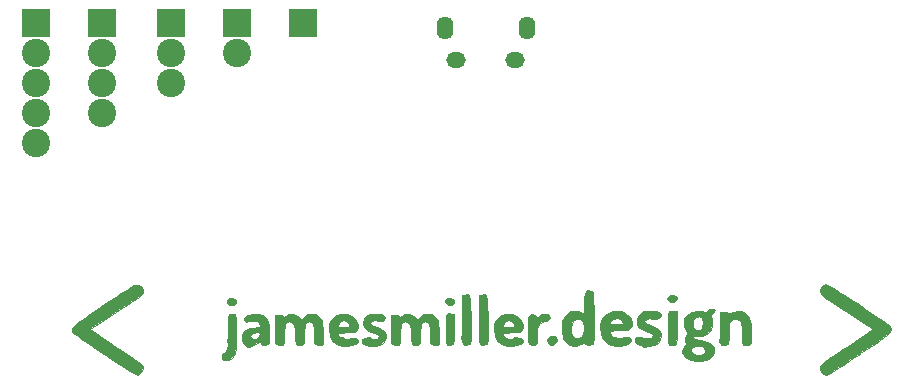
<source format=gbr>
G04 #@! TF.FileFunction,Soldermask,Top*
%FSLAX46Y46*%
G04 Gerber Fmt 4.6, Leading zero omitted, Abs format (unit mm)*
G04 Created by KiCad (PCBNEW 4.0.4-stable) date Saturday, 28 October 2017 'AMt' 09:45:45*
%MOMM*%
%LPD*%
G01*
G04 APERTURE LIST*
%ADD10C,0.100000*%
%ADD11C,0.010000*%
%ADD12O,1.650000X1.350000*%
%ADD13O,1.400000X1.950000*%
%ADD14C,0.600000*%
%ADD15C,0.700000*%
%ADD16R,2.400000X2.400000*%
%ADD17C,2.400000*%
G04 APERTURE END LIST*
D10*
D11*
G36*
X181259444Y-98075703D02*
X181354512Y-98125955D01*
X181417686Y-98197177D01*
X181377816Y-98299655D01*
X181248875Y-98446588D01*
X181104435Y-98624870D01*
X181084972Y-98741567D01*
X181115149Y-98785282D01*
X181188115Y-98951215D01*
X181216874Y-99214875D01*
X181201785Y-99510629D01*
X181143206Y-99772840D01*
X181109312Y-99850606D01*
X180904763Y-100081120D01*
X180593238Y-100266049D01*
X180236145Y-100377714D01*
X179910867Y-100390760D01*
X179690387Y-100377746D01*
X179552049Y-100400413D01*
X179536615Y-100413132D01*
X179551131Y-100521742D01*
X179731005Y-100621727D01*
X180072403Y-100711389D01*
X180300939Y-100751579D01*
X180785058Y-100861398D01*
X181118127Y-101020015D01*
X181313323Y-101234952D01*
X181360951Y-101356692D01*
X181368681Y-101684460D01*
X181244640Y-102007077D01*
X181016101Y-102261265D01*
X180953356Y-102302390D01*
X180644553Y-102418379D01*
X180241411Y-102484779D01*
X179813179Y-102495740D01*
X179429105Y-102445411D01*
X179388060Y-102434634D01*
X179135331Y-102315353D01*
X178896021Y-102125244D01*
X178717383Y-101910176D01*
X178646669Y-101716020D01*
X178646666Y-101714937D01*
X178656649Y-101674555D01*
X179426972Y-101674555D01*
X179557274Y-101861284D01*
X179596838Y-101891532D01*
X179886069Y-102004513D01*
X180216712Y-102006258D01*
X180430232Y-101935687D01*
X180560120Y-101783515D01*
X180586654Y-101572017D01*
X180503816Y-101380431D01*
X180474554Y-101352269D01*
X180312852Y-101272119D01*
X180076989Y-101208321D01*
X180049306Y-101203514D01*
X179766739Y-101212154D01*
X179553978Y-101316120D01*
X179433298Y-101481544D01*
X179426972Y-101674555D01*
X178656649Y-101674555D01*
X178699127Y-101502745D01*
X178822665Y-101281685D01*
X178949777Y-101154417D01*
X179012945Y-101077229D01*
X178978860Y-100940186D01*
X178939977Y-100860737D01*
X178870032Y-100684772D01*
X178890287Y-100533012D01*
X178975863Y-100369368D01*
X179072997Y-100187452D01*
X179080056Y-100070995D01*
X178996602Y-99941791D01*
X178973303Y-99912835D01*
X178849921Y-99642374D01*
X178817749Y-99314000D01*
X179578000Y-99314000D01*
X179612450Y-99570564D01*
X179698497Y-99759718D01*
X179711047Y-99773619D01*
X179918773Y-99886381D01*
X180156496Y-99891262D01*
X180323066Y-99805066D01*
X180390121Y-99648789D01*
X180420097Y-99398862D01*
X180412992Y-99126861D01*
X180368809Y-98904361D01*
X180323066Y-98822933D01*
X180125859Y-98730977D01*
X179887381Y-98750565D01*
X179711047Y-98854380D01*
X179620556Y-99029431D01*
X179578550Y-99282643D01*
X179578000Y-99314000D01*
X178817749Y-99314000D01*
X178816000Y-99296153D01*
X178833280Y-99013788D01*
X178907352Y-98815686D01*
X179071561Y-98618407D01*
X179097189Y-98592544D01*
X179466027Y-98333893D01*
X179895821Y-98232574D01*
X180360796Y-98283977D01*
X180597527Y-98331705D01*
X180741834Y-98313273D01*
X180861003Y-98218789D01*
X180870110Y-98209105D01*
X181064446Y-98064744D01*
X181259444Y-98075703D01*
X181259444Y-98075703D01*
G37*
X181259444Y-98075703D02*
X181354512Y-98125955D01*
X181417686Y-98197177D01*
X181377816Y-98299655D01*
X181248875Y-98446588D01*
X181104435Y-98624870D01*
X181084972Y-98741567D01*
X181115149Y-98785282D01*
X181188115Y-98951215D01*
X181216874Y-99214875D01*
X181201785Y-99510629D01*
X181143206Y-99772840D01*
X181109312Y-99850606D01*
X180904763Y-100081120D01*
X180593238Y-100266049D01*
X180236145Y-100377714D01*
X179910867Y-100390760D01*
X179690387Y-100377746D01*
X179552049Y-100400413D01*
X179536615Y-100413132D01*
X179551131Y-100521742D01*
X179731005Y-100621727D01*
X180072403Y-100711389D01*
X180300939Y-100751579D01*
X180785058Y-100861398D01*
X181118127Y-101020015D01*
X181313323Y-101234952D01*
X181360951Y-101356692D01*
X181368681Y-101684460D01*
X181244640Y-102007077D01*
X181016101Y-102261265D01*
X180953356Y-102302390D01*
X180644553Y-102418379D01*
X180241411Y-102484779D01*
X179813179Y-102495740D01*
X179429105Y-102445411D01*
X179388060Y-102434634D01*
X179135331Y-102315353D01*
X178896021Y-102125244D01*
X178717383Y-101910176D01*
X178646669Y-101716020D01*
X178646666Y-101714937D01*
X178656649Y-101674555D01*
X179426972Y-101674555D01*
X179557274Y-101861284D01*
X179596838Y-101891532D01*
X179886069Y-102004513D01*
X180216712Y-102006258D01*
X180430232Y-101935687D01*
X180560120Y-101783515D01*
X180586654Y-101572017D01*
X180503816Y-101380431D01*
X180474554Y-101352269D01*
X180312852Y-101272119D01*
X180076989Y-101208321D01*
X180049306Y-101203514D01*
X179766739Y-101212154D01*
X179553978Y-101316120D01*
X179433298Y-101481544D01*
X179426972Y-101674555D01*
X178656649Y-101674555D01*
X178699127Y-101502745D01*
X178822665Y-101281685D01*
X178949777Y-101154417D01*
X179012945Y-101077229D01*
X178978860Y-100940186D01*
X178939977Y-100860737D01*
X178870032Y-100684772D01*
X178890287Y-100533012D01*
X178975863Y-100369368D01*
X179072997Y-100187452D01*
X179080056Y-100070995D01*
X178996602Y-99941791D01*
X178973303Y-99912835D01*
X178849921Y-99642374D01*
X178817749Y-99314000D01*
X179578000Y-99314000D01*
X179612450Y-99570564D01*
X179698497Y-99759718D01*
X179711047Y-99773619D01*
X179918773Y-99886381D01*
X180156496Y-99891262D01*
X180323066Y-99805066D01*
X180390121Y-99648789D01*
X180420097Y-99398862D01*
X180412992Y-99126861D01*
X180368809Y-98904361D01*
X180323066Y-98822933D01*
X180125859Y-98730977D01*
X179887381Y-98750565D01*
X179711047Y-98854380D01*
X179620556Y-99029431D01*
X179578550Y-99282643D01*
X179578000Y-99314000D01*
X178817749Y-99314000D01*
X178816000Y-99296153D01*
X178833280Y-99013788D01*
X178907352Y-98815686D01*
X179071561Y-98618407D01*
X179097189Y-98592544D01*
X179466027Y-98333893D01*
X179895821Y-98232574D01*
X180360796Y-98283977D01*
X180597527Y-98331705D01*
X180741834Y-98313273D01*
X180861003Y-98218789D01*
X180870110Y-98209105D01*
X181064446Y-98064744D01*
X181259444Y-98075703D01*
G36*
X140716000Y-98509666D02*
X140775530Y-98536781D01*
X140819201Y-98590425D01*
X140849460Y-98694053D01*
X140868754Y-98871126D01*
X140879532Y-99145099D01*
X140884241Y-99539430D01*
X140885329Y-100077578D01*
X140885333Y-100132409D01*
X140882328Y-100728042D01*
X140872144Y-101179153D01*
X140853024Y-101510468D01*
X140823212Y-101746710D01*
X140780951Y-101912606D01*
X140754253Y-101977639D01*
X140545125Y-102252226D01*
X140258366Y-102409299D01*
X139939843Y-102428888D01*
X139805833Y-102390593D01*
X139730583Y-102284137D01*
X139700000Y-102093017D01*
X139738344Y-101887336D01*
X139870082Y-101793715D01*
X139875829Y-101792166D01*
X139989632Y-101739002D01*
X140074891Y-101632997D01*
X140135437Y-101452910D01*
X140175096Y-101177495D01*
X140197699Y-100785508D01*
X140207074Y-100255707D01*
X140208000Y-99949193D01*
X140209114Y-99434753D01*
X140214423Y-99064583D01*
X140226874Y-98813627D01*
X140249414Y-98656825D01*
X140284991Y-98569119D01*
X140336552Y-98525452D01*
X140377333Y-98509666D01*
X140602515Y-98489567D01*
X140716000Y-98509666D01*
X140716000Y-98509666D01*
G37*
X140716000Y-98509666D02*
X140775530Y-98536781D01*
X140819201Y-98590425D01*
X140849460Y-98694053D01*
X140868754Y-98871126D01*
X140879532Y-99145099D01*
X140884241Y-99539430D01*
X140885329Y-100077578D01*
X140885333Y-100132409D01*
X140882328Y-100728042D01*
X140872144Y-101179153D01*
X140853024Y-101510468D01*
X140823212Y-101746710D01*
X140780951Y-101912606D01*
X140754253Y-101977639D01*
X140545125Y-102252226D01*
X140258366Y-102409299D01*
X139939843Y-102428888D01*
X139805833Y-102390593D01*
X139730583Y-102284137D01*
X139700000Y-102093017D01*
X139738344Y-101887336D01*
X139870082Y-101793715D01*
X139875829Y-101792166D01*
X139989632Y-101739002D01*
X140074891Y-101632997D01*
X140135437Y-101452910D01*
X140175096Y-101177495D01*
X140197699Y-100785508D01*
X140207074Y-100255707D01*
X140208000Y-99949193D01*
X140209114Y-99434753D01*
X140214423Y-99064583D01*
X140226874Y-98813627D01*
X140249414Y-98656825D01*
X140284991Y-98569119D01*
X140336552Y-98525452D01*
X140377333Y-98509666D01*
X140602515Y-98489567D01*
X140716000Y-98509666D01*
G36*
X142742223Y-98517956D02*
X143110381Y-98619024D01*
X143236405Y-98686113D01*
X143434943Y-98876524D01*
X143570351Y-99158552D01*
X143649380Y-99555122D01*
X143678783Y-100089160D01*
X143679333Y-100189913D01*
X143671845Y-100600676D01*
X143646697Y-100871483D01*
X143599860Y-101031161D01*
X143553432Y-101091087D01*
X143389028Y-101151825D01*
X143196217Y-101134510D01*
X143045340Y-101055432D01*
X143002000Y-100963386D01*
X142970307Y-100852618D01*
X142866196Y-100875904D01*
X142702097Y-101010686D01*
X142436541Y-101163688D01*
X142104913Y-101229830D01*
X141794091Y-101193517D01*
X141758701Y-101180018D01*
X141570431Y-101045466D01*
X141483534Y-100933008D01*
X141406878Y-100680098D01*
X141397218Y-100385552D01*
X141400589Y-100368696D01*
X142078426Y-100368696D01*
X142146588Y-100539228D01*
X142172266Y-100567066D01*
X142374850Y-100662617D01*
X142625955Y-100600053D01*
X142729161Y-100536865D01*
X142871006Y-100380799D01*
X142917333Y-100240532D01*
X142876257Y-100120552D01*
X142725067Y-100077767D01*
X142657767Y-100076000D01*
X142355193Y-100115661D01*
X142155020Y-100220367D01*
X142078426Y-100368696D01*
X141400589Y-100368696D01*
X141450288Y-100120199D01*
X141541500Y-99970537D01*
X141764199Y-99841470D01*
X142087427Y-99733284D01*
X142442383Y-99665819D01*
X142642166Y-99653138D01*
X142840134Y-99628545D01*
X142913602Y-99540566D01*
X142917333Y-99496455D01*
X142843413Y-99273431D01*
X142646795Y-99127929D01*
X142365192Y-99083227D01*
X142264943Y-99093739D01*
X141935942Y-99146281D01*
X141739797Y-99163727D01*
X141642157Y-99137728D01*
X141608673Y-99059937D01*
X141605000Y-98933369D01*
X141627172Y-98762511D01*
X141723992Y-98657021D01*
X141940916Y-98567695D01*
X141943666Y-98566777D01*
X142328244Y-98498225D01*
X142742223Y-98517956D01*
X142742223Y-98517956D01*
G37*
X142742223Y-98517956D02*
X143110381Y-98619024D01*
X143236405Y-98686113D01*
X143434943Y-98876524D01*
X143570351Y-99158552D01*
X143649380Y-99555122D01*
X143678783Y-100089160D01*
X143679333Y-100189913D01*
X143671845Y-100600676D01*
X143646697Y-100871483D01*
X143599860Y-101031161D01*
X143553432Y-101091087D01*
X143389028Y-101151825D01*
X143196217Y-101134510D01*
X143045340Y-101055432D01*
X143002000Y-100963386D01*
X142970307Y-100852618D01*
X142866196Y-100875904D01*
X142702097Y-101010686D01*
X142436541Y-101163688D01*
X142104913Y-101229830D01*
X141794091Y-101193517D01*
X141758701Y-101180018D01*
X141570431Y-101045466D01*
X141483534Y-100933008D01*
X141406878Y-100680098D01*
X141397218Y-100385552D01*
X141400589Y-100368696D01*
X142078426Y-100368696D01*
X142146588Y-100539228D01*
X142172266Y-100567066D01*
X142374850Y-100662617D01*
X142625955Y-100600053D01*
X142729161Y-100536865D01*
X142871006Y-100380799D01*
X142917333Y-100240532D01*
X142876257Y-100120552D01*
X142725067Y-100077767D01*
X142657767Y-100076000D01*
X142355193Y-100115661D01*
X142155020Y-100220367D01*
X142078426Y-100368696D01*
X141400589Y-100368696D01*
X141450288Y-100120199D01*
X141541500Y-99970537D01*
X141764199Y-99841470D01*
X142087427Y-99733284D01*
X142442383Y-99665819D01*
X142642166Y-99653138D01*
X142840134Y-99628545D01*
X142913602Y-99540566D01*
X142917333Y-99496455D01*
X142843413Y-99273431D01*
X142646795Y-99127929D01*
X142365192Y-99083227D01*
X142264943Y-99093739D01*
X141935942Y-99146281D01*
X141739797Y-99163727D01*
X141642157Y-99137728D01*
X141608673Y-99059937D01*
X141605000Y-98933369D01*
X141627172Y-98762511D01*
X141723992Y-98657021D01*
X141940916Y-98567695D01*
X141943666Y-98566777D01*
X142328244Y-98498225D01*
X142742223Y-98517956D01*
G36*
X150579620Y-98629217D02*
X150899641Y-98884020D01*
X150908389Y-98894290D01*
X151117967Y-99231216D01*
X151185352Y-99559457D01*
X151104875Y-99849159D01*
X151093197Y-99867774D01*
X151014045Y-99969614D01*
X150913557Y-100031467D01*
X150751238Y-100063206D01*
X150486589Y-100074704D01*
X150239048Y-100076000D01*
X149842539Y-100087887D01*
X149603451Y-100129127D01*
X149511175Y-100208089D01*
X149555103Y-100333142D01*
X149706631Y-100496035D01*
X149977759Y-100637601D01*
X150337322Y-100657819D01*
X150695801Y-100575100D01*
X150954620Y-100538750D01*
X151139666Y-100616665D01*
X151214473Y-100792755D01*
X151214666Y-100804081D01*
X151137175Y-100959865D01*
X150931169Y-101087923D01*
X150636350Y-101179946D01*
X150292419Y-101227625D01*
X149939079Y-101222650D01*
X149616032Y-101156711D01*
X149584031Y-101145371D01*
X149340628Y-101038925D01*
X149149714Y-100929018D01*
X149126415Y-100911201D01*
X148935450Y-100656610D01*
X148811643Y-100296119D01*
X148762690Y-99882377D01*
X148793980Y-99496455D01*
X149521333Y-99496455D01*
X149545800Y-99587345D01*
X149645226Y-99634669D01*
X149858647Y-99651523D01*
X149987000Y-99652666D01*
X150253774Y-99647069D01*
X150392687Y-99617908D01*
X150445138Y-99546631D01*
X150452666Y-99443978D01*
X150377260Y-99233911D01*
X150180271Y-99095477D01*
X149978066Y-99060000D01*
X149774080Y-99128590D01*
X149599787Y-99292095D01*
X149521534Y-99487112D01*
X149521333Y-99496455D01*
X148793980Y-99496455D01*
X148796285Y-99468032D01*
X148876073Y-99198496D01*
X149101136Y-98858242D01*
X149422854Y-98625375D01*
X149802395Y-98505707D01*
X150200927Y-98505050D01*
X150579620Y-98629217D01*
X150579620Y-98629217D01*
G37*
X150579620Y-98629217D02*
X150899641Y-98884020D01*
X150908389Y-98894290D01*
X151117967Y-99231216D01*
X151185352Y-99559457D01*
X151104875Y-99849159D01*
X151093197Y-99867774D01*
X151014045Y-99969614D01*
X150913557Y-100031467D01*
X150751238Y-100063206D01*
X150486589Y-100074704D01*
X150239048Y-100076000D01*
X149842539Y-100087887D01*
X149603451Y-100129127D01*
X149511175Y-100208089D01*
X149555103Y-100333142D01*
X149706631Y-100496035D01*
X149977759Y-100637601D01*
X150337322Y-100657819D01*
X150695801Y-100575100D01*
X150954620Y-100538750D01*
X151139666Y-100616665D01*
X151214473Y-100792755D01*
X151214666Y-100804081D01*
X151137175Y-100959865D01*
X150931169Y-101087923D01*
X150636350Y-101179946D01*
X150292419Y-101227625D01*
X149939079Y-101222650D01*
X149616032Y-101156711D01*
X149584031Y-101145371D01*
X149340628Y-101038925D01*
X149149714Y-100929018D01*
X149126415Y-100911201D01*
X148935450Y-100656610D01*
X148811643Y-100296119D01*
X148762690Y-99882377D01*
X148793980Y-99496455D01*
X149521333Y-99496455D01*
X149545800Y-99587345D01*
X149645226Y-99634669D01*
X149858647Y-99651523D01*
X149987000Y-99652666D01*
X150253774Y-99647069D01*
X150392687Y-99617908D01*
X150445138Y-99546631D01*
X150452666Y-99443978D01*
X150377260Y-99233911D01*
X150180271Y-99095477D01*
X149978066Y-99060000D01*
X149774080Y-99128590D01*
X149599787Y-99292095D01*
X149521534Y-99487112D01*
X149521333Y-99496455D01*
X148793980Y-99496455D01*
X148796285Y-99468032D01*
X148876073Y-99198496D01*
X149101136Y-98858242D01*
X149422854Y-98625375D01*
X149802395Y-98505707D01*
X150200927Y-98505050D01*
X150579620Y-98629217D01*
G36*
X152856574Y-98497651D02*
X153159407Y-98549120D01*
X153374629Y-98641223D01*
X153416071Y-98679086D01*
X153473588Y-98851188D01*
X153460204Y-98969436D01*
X153411882Y-99065135D01*
X153316623Y-99108453D01*
X153129748Y-99109423D01*
X152921626Y-99090398D01*
X152620867Y-99070743D01*
X152439304Y-99094584D01*
X152330910Y-99168329D01*
X152326794Y-99173189D01*
X152257189Y-99306223D01*
X152307870Y-99416248D01*
X152495253Y-99518885D01*
X152793779Y-99617691D01*
X153190309Y-99765313D01*
X153439380Y-99944376D01*
X153562526Y-100175561D01*
X153585333Y-100377899D01*
X153536012Y-100736196D01*
X153374864Y-100984514D01*
X153115571Y-101141501D01*
X152648781Y-101249597D01*
X152144425Y-101196601D01*
X151934333Y-101131891D01*
X151720333Y-101056579D01*
X151586660Y-101012898D01*
X151568876Y-101008608D01*
X151557837Y-100934989D01*
X151568876Y-100774500D01*
X151584419Y-100662536D01*
X151621284Y-100595226D01*
X151711793Y-100567226D01*
X151888268Y-100573193D01*
X152183031Y-100607782D01*
X152403285Y-100636548D01*
X152674378Y-100653345D01*
X152836525Y-100608144D01*
X152900485Y-100550720D01*
X152960527Y-100391742D01*
X152858715Y-100250068D01*
X152592062Y-100122627D01*
X152436733Y-100074432D01*
X152030389Y-99923196D01*
X151774914Y-99731961D01*
X151653606Y-99485091D01*
X151638000Y-99326693D01*
X151702427Y-98963645D01*
X151899745Y-98704252D01*
X152225303Y-98543603D01*
X152525436Y-98493562D01*
X152856574Y-98497651D01*
X152856574Y-98497651D01*
G37*
X152856574Y-98497651D02*
X153159407Y-98549120D01*
X153374629Y-98641223D01*
X153416071Y-98679086D01*
X153473588Y-98851188D01*
X153460204Y-98969436D01*
X153411882Y-99065135D01*
X153316623Y-99108453D01*
X153129748Y-99109423D01*
X152921626Y-99090398D01*
X152620867Y-99070743D01*
X152439304Y-99094584D01*
X152330910Y-99168329D01*
X152326794Y-99173189D01*
X152257189Y-99306223D01*
X152307870Y-99416248D01*
X152495253Y-99518885D01*
X152793779Y-99617691D01*
X153190309Y-99765313D01*
X153439380Y-99944376D01*
X153562526Y-100175561D01*
X153585333Y-100377899D01*
X153536012Y-100736196D01*
X153374864Y-100984514D01*
X153115571Y-101141501D01*
X152648781Y-101249597D01*
X152144425Y-101196601D01*
X151934333Y-101131891D01*
X151720333Y-101056579D01*
X151586660Y-101012898D01*
X151568876Y-101008608D01*
X151557837Y-100934989D01*
X151568876Y-100774500D01*
X151584419Y-100662536D01*
X151621284Y-100595226D01*
X151711793Y-100567226D01*
X151888268Y-100573193D01*
X152183031Y-100607782D01*
X152403285Y-100636548D01*
X152674378Y-100653345D01*
X152836525Y-100608144D01*
X152900485Y-100550720D01*
X152960527Y-100391742D01*
X152858715Y-100250068D01*
X152592062Y-100122627D01*
X152436733Y-100074432D01*
X152030389Y-99923196D01*
X151774914Y-99731961D01*
X151653606Y-99485091D01*
X151638000Y-99326693D01*
X151702427Y-98963645D01*
X151899745Y-98704252D01*
X152225303Y-98543603D01*
X152525436Y-98493562D01*
X152856574Y-98497651D01*
G36*
X164549620Y-98629217D02*
X164869641Y-98884020D01*
X164878389Y-98894290D01*
X165087967Y-99231216D01*
X165155352Y-99559457D01*
X165074875Y-99849159D01*
X165063197Y-99867774D01*
X164984045Y-99969614D01*
X164883557Y-100031467D01*
X164721238Y-100063206D01*
X164456589Y-100074704D01*
X164209048Y-100076000D01*
X163812539Y-100087887D01*
X163573451Y-100129127D01*
X163481175Y-100208089D01*
X163525103Y-100333142D01*
X163676631Y-100496035D01*
X163947759Y-100637601D01*
X164307322Y-100657819D01*
X164665801Y-100575100D01*
X164924620Y-100538750D01*
X165109666Y-100616665D01*
X165184473Y-100792755D01*
X165184666Y-100804081D01*
X165107175Y-100959865D01*
X164901169Y-101087923D01*
X164606350Y-101179946D01*
X164262419Y-101227625D01*
X163909079Y-101222650D01*
X163586032Y-101156711D01*
X163554031Y-101145371D01*
X163310628Y-101038925D01*
X163119714Y-100929018D01*
X163096415Y-100911201D01*
X162905450Y-100656610D01*
X162781643Y-100296119D01*
X162732690Y-99882377D01*
X162763980Y-99496455D01*
X163491333Y-99496455D01*
X163515800Y-99587345D01*
X163615226Y-99634669D01*
X163828647Y-99651523D01*
X163957000Y-99652666D01*
X164223774Y-99647069D01*
X164362687Y-99617908D01*
X164415138Y-99546631D01*
X164422666Y-99443978D01*
X164347260Y-99233911D01*
X164150271Y-99095477D01*
X163948066Y-99060000D01*
X163744080Y-99128590D01*
X163569787Y-99292095D01*
X163491534Y-99487112D01*
X163491333Y-99496455D01*
X162763980Y-99496455D01*
X162766285Y-99468032D01*
X162846073Y-99198496D01*
X163071136Y-98858242D01*
X163392854Y-98625375D01*
X163772395Y-98505707D01*
X164170927Y-98505050D01*
X164549620Y-98629217D01*
X164549620Y-98629217D01*
G37*
X164549620Y-98629217D02*
X164869641Y-98884020D01*
X164878389Y-98894290D01*
X165087967Y-99231216D01*
X165155352Y-99559457D01*
X165074875Y-99849159D01*
X165063197Y-99867774D01*
X164984045Y-99969614D01*
X164883557Y-100031467D01*
X164721238Y-100063206D01*
X164456589Y-100074704D01*
X164209048Y-100076000D01*
X163812539Y-100087887D01*
X163573451Y-100129127D01*
X163481175Y-100208089D01*
X163525103Y-100333142D01*
X163676631Y-100496035D01*
X163947759Y-100637601D01*
X164307322Y-100657819D01*
X164665801Y-100575100D01*
X164924620Y-100538750D01*
X165109666Y-100616665D01*
X165184473Y-100792755D01*
X165184666Y-100804081D01*
X165107175Y-100959865D01*
X164901169Y-101087923D01*
X164606350Y-101179946D01*
X164262419Y-101227625D01*
X163909079Y-101222650D01*
X163586032Y-101156711D01*
X163554031Y-101145371D01*
X163310628Y-101038925D01*
X163119714Y-100929018D01*
X163096415Y-100911201D01*
X162905450Y-100656610D01*
X162781643Y-100296119D01*
X162732690Y-99882377D01*
X162763980Y-99496455D01*
X163491333Y-99496455D01*
X163515800Y-99587345D01*
X163615226Y-99634669D01*
X163828647Y-99651523D01*
X163957000Y-99652666D01*
X164223774Y-99647069D01*
X164362687Y-99617908D01*
X164415138Y-99546631D01*
X164422666Y-99443978D01*
X164347260Y-99233911D01*
X164150271Y-99095477D01*
X163948066Y-99060000D01*
X163744080Y-99128590D01*
X163569787Y-99292095D01*
X163491534Y-99487112D01*
X163491333Y-99496455D01*
X162763980Y-99496455D01*
X162766285Y-99468032D01*
X162846073Y-99198496D01*
X163071136Y-98858242D01*
X163392854Y-98625375D01*
X163772395Y-98505707D01*
X164170927Y-98505050D01*
X164549620Y-98629217D01*
G36*
X170916365Y-96567580D02*
X171153666Y-96650992D01*
X171176345Y-98807996D01*
X171182450Y-99473041D01*
X171184346Y-99988881D01*
X171180950Y-100375617D01*
X171171179Y-100653349D01*
X171153947Y-100842176D01*
X171128172Y-100962198D01*
X171092770Y-101033516D01*
X171054330Y-101070833D01*
X170804720Y-101170239D01*
X170568993Y-101114600D01*
X170492431Y-101053669D01*
X170394177Y-100985446D01*
X170270958Y-100994350D01*
X170065177Y-101085833D01*
X170045148Y-101096002D01*
X169698310Y-101230400D01*
X169400713Y-101239126D01*
X169206333Y-101180096D01*
X169042056Y-101074989D01*
X168840413Y-100899534D01*
X168783000Y-100841342D01*
X168660038Y-100699493D01*
X168582472Y-100559959D01*
X168537567Y-100376816D01*
X168512590Y-100104142D01*
X168499495Y-99818863D01*
X168497528Y-99737333D01*
X169248666Y-99737333D01*
X169298364Y-100109728D01*
X169432297Y-100382468D01*
X169627730Y-100538902D01*
X169861924Y-100562377D01*
X170112141Y-100436241D01*
X170153376Y-100399908D01*
X170289198Y-100174211D01*
X170356600Y-99858946D01*
X170354297Y-99518854D01*
X170281002Y-99218674D01*
X170180000Y-99060000D01*
X169940579Y-98908823D01*
X169703082Y-98907059D01*
X169492695Y-99036389D01*
X169334602Y-99278499D01*
X169253988Y-99615071D01*
X169248666Y-99737333D01*
X168497528Y-99737333D01*
X168490259Y-99436118D01*
X168503053Y-99174008D01*
X168544753Y-98984513D01*
X168622236Y-98819613D01*
X168648996Y-98774997D01*
X168902652Y-98489018D01*
X169220770Y-98308915D01*
X169562458Y-98242783D01*
X169886824Y-98298721D01*
X170147209Y-98478351D01*
X170215269Y-98547671D01*
X170262081Y-98561469D01*
X170293409Y-98496417D01*
X170315014Y-98329185D01*
X170332659Y-98036445D01*
X170349333Y-97660126D01*
X170377250Y-97173681D01*
X170419660Y-96836417D01*
X170486996Y-96628229D01*
X170589694Y-96529014D01*
X170738187Y-96518668D01*
X170916365Y-96567580D01*
X170916365Y-96567580D01*
G37*
X170916365Y-96567580D02*
X171153666Y-96650992D01*
X171176345Y-98807996D01*
X171182450Y-99473041D01*
X171184346Y-99988881D01*
X171180950Y-100375617D01*
X171171179Y-100653349D01*
X171153947Y-100842176D01*
X171128172Y-100962198D01*
X171092770Y-101033516D01*
X171054330Y-101070833D01*
X170804720Y-101170239D01*
X170568993Y-101114600D01*
X170492431Y-101053669D01*
X170394177Y-100985446D01*
X170270958Y-100994350D01*
X170065177Y-101085833D01*
X170045148Y-101096002D01*
X169698310Y-101230400D01*
X169400713Y-101239126D01*
X169206333Y-101180096D01*
X169042056Y-101074989D01*
X168840413Y-100899534D01*
X168783000Y-100841342D01*
X168660038Y-100699493D01*
X168582472Y-100559959D01*
X168537567Y-100376816D01*
X168512590Y-100104142D01*
X168499495Y-99818863D01*
X168497528Y-99737333D01*
X169248666Y-99737333D01*
X169298364Y-100109728D01*
X169432297Y-100382468D01*
X169627730Y-100538902D01*
X169861924Y-100562377D01*
X170112141Y-100436241D01*
X170153376Y-100399908D01*
X170289198Y-100174211D01*
X170356600Y-99858946D01*
X170354297Y-99518854D01*
X170281002Y-99218674D01*
X170180000Y-99060000D01*
X169940579Y-98908823D01*
X169703082Y-98907059D01*
X169492695Y-99036389D01*
X169334602Y-99278499D01*
X169253988Y-99615071D01*
X169248666Y-99737333D01*
X168497528Y-99737333D01*
X168490259Y-99436118D01*
X168503053Y-99174008D01*
X168544753Y-98984513D01*
X168622236Y-98819613D01*
X168648996Y-98774997D01*
X168902652Y-98489018D01*
X169220770Y-98308915D01*
X169562458Y-98242783D01*
X169886824Y-98298721D01*
X170147209Y-98478351D01*
X170215269Y-98547671D01*
X170262081Y-98561469D01*
X170293409Y-98496417D01*
X170315014Y-98329185D01*
X170332659Y-98036445D01*
X170349333Y-97660126D01*
X170377250Y-97173681D01*
X170419660Y-96836417D01*
X170486996Y-96628229D01*
X170589694Y-96529014D01*
X170738187Y-96518668D01*
X170916365Y-96567580D01*
G36*
X173607313Y-98299553D02*
X173945371Y-98480118D01*
X174210890Y-98776752D01*
X174296593Y-98944496D01*
X174399131Y-99280875D01*
X174379283Y-99535609D01*
X174244000Y-99737333D01*
X174136713Y-99820460D01*
X173991296Y-99871468D01*
X173767544Y-99897668D01*
X173425251Y-99906368D01*
X173312666Y-99906666D01*
X172950089Y-99909710D01*
X172724729Y-99923422D01*
X172604514Y-99954670D01*
X172557370Y-100010322D01*
X172550666Y-100069854D01*
X172626326Y-100289269D01*
X172828617Y-100452867D01*
X173120502Y-100548279D01*
X173464949Y-100563134D01*
X173809801Y-100490434D01*
X174076345Y-100453331D01*
X174257507Y-100543202D01*
X174328455Y-100747073D01*
X174328666Y-100761526D01*
X174250941Y-100926326D01*
X174043314Y-101063433D01*
X173744110Y-101164496D01*
X173391651Y-101221166D01*
X173024261Y-101225092D01*
X172680264Y-101167924D01*
X172593000Y-101139701D01*
X172199023Y-100911485D01*
X171916560Y-100567348D01*
X171754601Y-100126139D01*
X171722134Y-99606705D01*
X171749164Y-99370431D01*
X171795767Y-99232312D01*
X172550666Y-99232312D01*
X172568606Y-99322432D01*
X172647280Y-99372680D01*
X172823968Y-99394326D01*
X173101000Y-99398666D01*
X173442938Y-99383718D01*
X173622612Y-99339223D01*
X173651333Y-99299500D01*
X173577135Y-99118808D01*
X173394654Y-98967571D01*
X173164061Y-98892495D01*
X173124644Y-98890666D01*
X172821744Y-98936354D01*
X172619590Y-99060430D01*
X172550666Y-99232312D01*
X171795767Y-99232312D01*
X171887388Y-98960772D01*
X172134521Y-98636843D01*
X172460321Y-98403701D01*
X172834547Y-98266400D01*
X173226958Y-98229999D01*
X173607313Y-98299553D01*
X173607313Y-98299553D01*
G37*
X173607313Y-98299553D02*
X173945371Y-98480118D01*
X174210890Y-98776752D01*
X174296593Y-98944496D01*
X174399131Y-99280875D01*
X174379283Y-99535609D01*
X174244000Y-99737333D01*
X174136713Y-99820460D01*
X173991296Y-99871468D01*
X173767544Y-99897668D01*
X173425251Y-99906368D01*
X173312666Y-99906666D01*
X172950089Y-99909710D01*
X172724729Y-99923422D01*
X172604514Y-99954670D01*
X172557370Y-100010322D01*
X172550666Y-100069854D01*
X172626326Y-100289269D01*
X172828617Y-100452867D01*
X173120502Y-100548279D01*
X173464949Y-100563134D01*
X173809801Y-100490434D01*
X174076345Y-100453331D01*
X174257507Y-100543202D01*
X174328455Y-100747073D01*
X174328666Y-100761526D01*
X174250941Y-100926326D01*
X174043314Y-101063433D01*
X173744110Y-101164496D01*
X173391651Y-101221166D01*
X173024261Y-101225092D01*
X172680264Y-101167924D01*
X172593000Y-101139701D01*
X172199023Y-100911485D01*
X171916560Y-100567348D01*
X171754601Y-100126139D01*
X171722134Y-99606705D01*
X171749164Y-99370431D01*
X171795767Y-99232312D01*
X172550666Y-99232312D01*
X172568606Y-99322432D01*
X172647280Y-99372680D01*
X172823968Y-99394326D01*
X173101000Y-99398666D01*
X173442938Y-99383718D01*
X173622612Y-99339223D01*
X173651333Y-99299500D01*
X173577135Y-99118808D01*
X173394654Y-98967571D01*
X173164061Y-98892495D01*
X173124644Y-98890666D01*
X172821744Y-98936354D01*
X172619590Y-99060430D01*
X172550666Y-99232312D01*
X171795767Y-99232312D01*
X171887388Y-98960772D01*
X172134521Y-98636843D01*
X172460321Y-98403701D01*
X172834547Y-98266400D01*
X173226958Y-98229999D01*
X173607313Y-98299553D01*
G36*
X176118867Y-98249021D02*
X176445481Y-98297127D01*
X176701781Y-98388155D01*
X176841251Y-98518531D01*
X176844167Y-98525612D01*
X176866012Y-98722375D01*
X176747830Y-98847426D01*
X176483235Y-98904390D01*
X176177096Y-98904209D01*
X175852244Y-98897881D01*
X175651923Y-98926025D01*
X175533557Y-98995739D01*
X175516800Y-99014292D01*
X175457927Y-99152477D01*
X175534603Y-99277017D01*
X175758024Y-99397202D01*
X176123885Y-99517935D01*
X176504682Y-99665061D01*
X176739944Y-99860758D01*
X176851712Y-100129280D01*
X176868666Y-100337420D01*
X176793816Y-100685915D01*
X176585776Y-100961549D01*
X176269313Y-101152485D01*
X175869194Y-101246886D01*
X175410183Y-101232914D01*
X175126113Y-101170310D01*
X174830950Y-101036756D01*
X174662979Y-100856332D01*
X174640211Y-100652118D01*
X174667834Y-100583064D01*
X174789322Y-100449910D01*
X174949749Y-100456075D01*
X175141905Y-100498745D01*
X175419347Y-100541291D01*
X175559659Y-100557725D01*
X175846512Y-100571462D01*
X176018524Y-100532350D01*
X176099193Y-100466004D01*
X176159176Y-100312869D01*
X176068010Y-100170496D01*
X175819015Y-100032467D01*
X175545937Y-99934587D01*
X175264163Y-99826191D01*
X175034506Y-99703571D01*
X174945515Y-99632609D01*
X174822580Y-99382273D01*
X174809276Y-99070370D01*
X174894617Y-98754184D01*
X175067617Y-98490998D01*
X175182302Y-98397963D01*
X175440760Y-98295866D01*
X175768454Y-98247410D01*
X176118867Y-98249021D01*
X176118867Y-98249021D01*
G37*
X176118867Y-98249021D02*
X176445481Y-98297127D01*
X176701781Y-98388155D01*
X176841251Y-98518531D01*
X176844167Y-98525612D01*
X176866012Y-98722375D01*
X176747830Y-98847426D01*
X176483235Y-98904390D01*
X176177096Y-98904209D01*
X175852244Y-98897881D01*
X175651923Y-98926025D01*
X175533557Y-98995739D01*
X175516800Y-99014292D01*
X175457927Y-99152477D01*
X175534603Y-99277017D01*
X175758024Y-99397202D01*
X176123885Y-99517935D01*
X176504682Y-99665061D01*
X176739944Y-99860758D01*
X176851712Y-100129280D01*
X176868666Y-100337420D01*
X176793816Y-100685915D01*
X176585776Y-100961549D01*
X176269313Y-101152485D01*
X175869194Y-101246886D01*
X175410183Y-101232914D01*
X175126113Y-101170310D01*
X174830950Y-101036756D01*
X174662979Y-100856332D01*
X174640211Y-100652118D01*
X174667834Y-100583064D01*
X174789322Y-100449910D01*
X174949749Y-100456075D01*
X175141905Y-100498745D01*
X175419347Y-100541291D01*
X175559659Y-100557725D01*
X175846512Y-100571462D01*
X176018524Y-100532350D01*
X176099193Y-100466004D01*
X176159176Y-100312869D01*
X176068010Y-100170496D01*
X175819015Y-100032467D01*
X175545937Y-99934587D01*
X175264163Y-99826191D01*
X175034506Y-99703571D01*
X174945515Y-99632609D01*
X174822580Y-99382273D01*
X174809276Y-99070370D01*
X174894617Y-98754184D01*
X175067617Y-98490998D01*
X175182302Y-98397963D01*
X175440760Y-98295866D01*
X175768454Y-98247410D01*
X176118867Y-98249021D01*
G36*
X146011696Y-98576456D02*
X146249100Y-98763376D01*
X146302075Y-98844738D01*
X146407455Y-99041642D01*
X146645116Y-98775654D01*
X146831071Y-98601710D01*
X147025908Y-98525096D01*
X147269093Y-98509666D01*
X147547419Y-98533085D01*
X147753915Y-98628683D01*
X147932205Y-98786229D01*
X148209000Y-99062792D01*
X148237180Y-100074022D01*
X148265360Y-101085253D01*
X148054566Y-101138159D01*
X147820294Y-101143268D01*
X147666552Y-101096220D01*
X147584482Y-101037669D01*
X147532445Y-100945046D01*
X147503724Y-100783420D01*
X147491602Y-100517864D01*
X147489333Y-100174621D01*
X147480720Y-99735429D01*
X147448387Y-99438916D01*
X147382592Y-99259007D01*
X147273590Y-99169624D01*
X147111641Y-99144692D01*
X147104522Y-99144666D01*
X146910615Y-99180032D01*
X146776408Y-99300567D01*
X146693024Y-99527933D01*
X146651584Y-99883789D01*
X146642666Y-100271553D01*
X146641125Y-100648169D01*
X146630728Y-100889105D01*
X146602817Y-101028016D01*
X146548733Y-101098556D01*
X146459818Y-101134379D01*
X146417895Y-101145187D01*
X146211367Y-101174643D01*
X146069054Y-101126302D01*
X145978233Y-100977971D01*
X145926179Y-100707463D01*
X145900167Y-100292586D01*
X145898414Y-100239255D01*
X145868992Y-99772502D01*
X145808235Y-99451833D01*
X145706491Y-99255390D01*
X145554107Y-99161317D01*
X145415000Y-99144666D01*
X145219000Y-99179974D01*
X145083538Y-99300388D01*
X144999572Y-99527647D01*
X144958059Y-99883489D01*
X144949333Y-100264108D01*
X144944366Y-100654375D01*
X144926280Y-100906255D01*
X144890294Y-101050486D01*
X144831626Y-101117811D01*
X144815408Y-101125274D01*
X144538258Y-101173777D01*
X144322088Y-101100147D01*
X144279915Y-101059204D01*
X144235207Y-100917127D01*
X144209094Y-100618318D01*
X144201323Y-100158387D01*
X144206048Y-99768037D01*
X144229666Y-98594333D01*
X144519039Y-98566742D01*
X144764591Y-98581115D01*
X144886540Y-98678759D01*
X144962702Y-98771643D01*
X145058351Y-98732233D01*
X145105167Y-98691779D01*
X145386967Y-98533915D01*
X145706731Y-98497721D01*
X146011696Y-98576456D01*
X146011696Y-98576456D01*
G37*
X146011696Y-98576456D02*
X146249100Y-98763376D01*
X146302075Y-98844738D01*
X146407455Y-99041642D01*
X146645116Y-98775654D01*
X146831071Y-98601710D01*
X147025908Y-98525096D01*
X147269093Y-98509666D01*
X147547419Y-98533085D01*
X147753915Y-98628683D01*
X147932205Y-98786229D01*
X148209000Y-99062792D01*
X148237180Y-100074022D01*
X148265360Y-101085253D01*
X148054566Y-101138159D01*
X147820294Y-101143268D01*
X147666552Y-101096220D01*
X147584482Y-101037669D01*
X147532445Y-100945046D01*
X147503724Y-100783420D01*
X147491602Y-100517864D01*
X147489333Y-100174621D01*
X147480720Y-99735429D01*
X147448387Y-99438916D01*
X147382592Y-99259007D01*
X147273590Y-99169624D01*
X147111641Y-99144692D01*
X147104522Y-99144666D01*
X146910615Y-99180032D01*
X146776408Y-99300567D01*
X146693024Y-99527933D01*
X146651584Y-99883789D01*
X146642666Y-100271553D01*
X146641125Y-100648169D01*
X146630728Y-100889105D01*
X146602817Y-101028016D01*
X146548733Y-101098556D01*
X146459818Y-101134379D01*
X146417895Y-101145187D01*
X146211367Y-101174643D01*
X146069054Y-101126302D01*
X145978233Y-100977971D01*
X145926179Y-100707463D01*
X145900167Y-100292586D01*
X145898414Y-100239255D01*
X145868992Y-99772502D01*
X145808235Y-99451833D01*
X145706491Y-99255390D01*
X145554107Y-99161317D01*
X145415000Y-99144666D01*
X145219000Y-99179974D01*
X145083538Y-99300388D01*
X144999572Y-99527647D01*
X144958059Y-99883489D01*
X144949333Y-100264108D01*
X144944366Y-100654375D01*
X144926280Y-100906255D01*
X144890294Y-101050486D01*
X144831626Y-101117811D01*
X144815408Y-101125274D01*
X144538258Y-101173777D01*
X144322088Y-101100147D01*
X144279915Y-101059204D01*
X144235207Y-100917127D01*
X144209094Y-100618318D01*
X144201323Y-100158387D01*
X144206048Y-99768037D01*
X144229666Y-98594333D01*
X144519039Y-98566742D01*
X144764591Y-98581115D01*
X144886540Y-98678759D01*
X144962702Y-98771643D01*
X145058351Y-98732233D01*
X145105167Y-98691779D01*
X145386967Y-98533915D01*
X145706731Y-98497721D01*
X146011696Y-98576456D01*
G36*
X155833029Y-98576456D02*
X156070433Y-98763376D01*
X156123409Y-98844738D01*
X156228789Y-99041642D01*
X156466449Y-98775654D01*
X156652404Y-98601710D01*
X156847241Y-98525096D01*
X157090426Y-98509666D01*
X157368752Y-98533085D01*
X157575249Y-98628683D01*
X157753538Y-98786229D01*
X158030333Y-99062792D01*
X158058513Y-100074022D01*
X158086694Y-101085253D01*
X157875899Y-101138159D01*
X157641627Y-101143268D01*
X157487885Y-101096220D01*
X157405815Y-101037669D01*
X157353778Y-100945046D01*
X157325057Y-100783420D01*
X157312936Y-100517864D01*
X157310666Y-100174621D01*
X157302054Y-99735429D01*
X157269721Y-99438916D01*
X157203925Y-99259007D01*
X157094924Y-99169624D01*
X156932975Y-99144692D01*
X156925855Y-99144666D01*
X156731949Y-99180032D01*
X156597742Y-99300567D01*
X156514357Y-99527933D01*
X156472917Y-99883789D01*
X156464000Y-100271553D01*
X156462458Y-100648169D01*
X156452061Y-100889105D01*
X156424150Y-101028016D01*
X156370066Y-101098556D01*
X156281151Y-101134379D01*
X156239228Y-101145187D01*
X156032700Y-101174643D01*
X155890387Y-101126302D01*
X155799566Y-100977971D01*
X155747512Y-100707463D01*
X155721501Y-100292586D01*
X155719747Y-100239255D01*
X155690325Y-99772502D01*
X155629568Y-99451833D01*
X155527824Y-99255390D01*
X155375440Y-99161317D01*
X155236333Y-99144666D01*
X155040333Y-99179974D01*
X154904871Y-99300388D01*
X154820905Y-99527647D01*
X154779392Y-99883489D01*
X154770666Y-100264108D01*
X154765700Y-100654375D01*
X154747614Y-100906255D01*
X154711627Y-101050486D01*
X154652960Y-101117811D01*
X154636741Y-101125274D01*
X154359591Y-101173777D01*
X154143421Y-101100147D01*
X154101248Y-101059204D01*
X154056541Y-100917127D01*
X154030427Y-100618318D01*
X154022656Y-100158387D01*
X154027381Y-99768037D01*
X154051000Y-98594333D01*
X154340372Y-98566742D01*
X154585924Y-98581115D01*
X154707873Y-98678759D01*
X154784035Y-98771643D01*
X154879684Y-98732233D01*
X154926500Y-98691779D01*
X155208300Y-98533915D01*
X155528064Y-98497721D01*
X155833029Y-98576456D01*
X155833029Y-98576456D01*
G37*
X155833029Y-98576456D02*
X156070433Y-98763376D01*
X156123409Y-98844738D01*
X156228789Y-99041642D01*
X156466449Y-98775654D01*
X156652404Y-98601710D01*
X156847241Y-98525096D01*
X157090426Y-98509666D01*
X157368752Y-98533085D01*
X157575249Y-98628683D01*
X157753538Y-98786229D01*
X158030333Y-99062792D01*
X158058513Y-100074022D01*
X158086694Y-101085253D01*
X157875899Y-101138159D01*
X157641627Y-101143268D01*
X157487885Y-101096220D01*
X157405815Y-101037669D01*
X157353778Y-100945046D01*
X157325057Y-100783420D01*
X157312936Y-100517864D01*
X157310666Y-100174621D01*
X157302054Y-99735429D01*
X157269721Y-99438916D01*
X157203925Y-99259007D01*
X157094924Y-99169624D01*
X156932975Y-99144692D01*
X156925855Y-99144666D01*
X156731949Y-99180032D01*
X156597742Y-99300567D01*
X156514357Y-99527933D01*
X156472917Y-99883789D01*
X156464000Y-100271553D01*
X156462458Y-100648169D01*
X156452061Y-100889105D01*
X156424150Y-101028016D01*
X156370066Y-101098556D01*
X156281151Y-101134379D01*
X156239228Y-101145187D01*
X156032700Y-101174643D01*
X155890387Y-101126302D01*
X155799566Y-100977971D01*
X155747512Y-100707463D01*
X155721501Y-100292586D01*
X155719747Y-100239255D01*
X155690325Y-99772502D01*
X155629568Y-99451833D01*
X155527824Y-99255390D01*
X155375440Y-99161317D01*
X155236333Y-99144666D01*
X155040333Y-99179974D01*
X154904871Y-99300388D01*
X154820905Y-99527647D01*
X154779392Y-99883489D01*
X154770666Y-100264108D01*
X154765700Y-100654375D01*
X154747614Y-100906255D01*
X154711627Y-101050486D01*
X154652960Y-101117811D01*
X154636741Y-101125274D01*
X154359591Y-101173777D01*
X154143421Y-101100147D01*
X154101248Y-101059204D01*
X154056541Y-100917127D01*
X154030427Y-100618318D01*
X154022656Y-100158387D01*
X154027381Y-99768037D01*
X154051000Y-98594333D01*
X154340372Y-98566742D01*
X154585924Y-98581115D01*
X154707873Y-98678759D01*
X154784035Y-98771643D01*
X154879684Y-98732233D01*
X154926500Y-98691779D01*
X155208300Y-98533915D01*
X155528064Y-98497721D01*
X155833029Y-98576456D01*
G36*
X158985539Y-98470427D02*
X159131189Y-98502148D01*
X159342666Y-98555226D01*
X159342666Y-99764346D01*
X159336031Y-100328478D01*
X159315741Y-100731204D01*
X159281223Y-100979947D01*
X159241066Y-101075066D01*
X159038759Y-101165151D01*
X158774035Y-101121744D01*
X158771166Y-101120593D01*
X158726948Y-101052281D01*
X158695735Y-100877047D01*
X158676118Y-100577480D01*
X158666689Y-100136168D01*
X158665333Y-99812287D01*
X158667802Y-99291849D01*
X158680349Y-98919043D01*
X158710686Y-98672183D01*
X158766522Y-98529583D01*
X158855570Y-98469560D01*
X158985539Y-98470427D01*
X158985539Y-98470427D01*
G37*
X158985539Y-98470427D02*
X159131189Y-98502148D01*
X159342666Y-98555226D01*
X159342666Y-99764346D01*
X159336031Y-100328478D01*
X159315741Y-100731204D01*
X159281223Y-100979947D01*
X159241066Y-101075066D01*
X159038759Y-101165151D01*
X158774035Y-101121744D01*
X158771166Y-101120593D01*
X158726948Y-101052281D01*
X158695735Y-100877047D01*
X158676118Y-100577480D01*
X158666689Y-100136168D01*
X158665333Y-99812287D01*
X158667802Y-99291849D01*
X158680349Y-98919043D01*
X158710686Y-98672183D01*
X158766522Y-98529583D01*
X158855570Y-98469560D01*
X158985539Y-98470427D01*
G36*
X160595605Y-96907333D02*
X160658344Y-97024370D01*
X160701388Y-97227031D01*
X160729182Y-97533298D01*
X160746170Y-97961154D01*
X160756799Y-98528581D01*
X160762445Y-98984456D01*
X160768735Y-99619016D01*
X160770321Y-100105334D01*
X160765970Y-100464464D01*
X160754452Y-100717464D01*
X160734536Y-100885387D01*
X160704989Y-100989289D01*
X160664581Y-101050226D01*
X160640430Y-101070790D01*
X160399458Y-101169972D01*
X160179879Y-101121769D01*
X160121600Y-101075066D01*
X160086176Y-100982838D01*
X160058978Y-100777389D01*
X160039414Y-100446370D01*
X160026889Y-99977430D01*
X160020810Y-99358219D01*
X160020000Y-98960013D01*
X160020000Y-96946559D01*
X160244771Y-96890145D01*
X160393263Y-96858203D01*
X160508726Y-96857939D01*
X160595605Y-96907333D01*
X160595605Y-96907333D01*
G37*
X160595605Y-96907333D02*
X160658344Y-97024370D01*
X160701388Y-97227031D01*
X160729182Y-97533298D01*
X160746170Y-97961154D01*
X160756799Y-98528581D01*
X160762445Y-98984456D01*
X160768735Y-99619016D01*
X160770321Y-100105334D01*
X160765970Y-100464464D01*
X160754452Y-100717464D01*
X160734536Y-100885387D01*
X160704989Y-100989289D01*
X160664581Y-101050226D01*
X160640430Y-101070790D01*
X160399458Y-101169972D01*
X160179879Y-101121769D01*
X160121600Y-101075066D01*
X160086176Y-100982838D01*
X160058978Y-100777389D01*
X160039414Y-100446370D01*
X160026889Y-99977430D01*
X160020810Y-99358219D01*
X160020000Y-98960013D01*
X160020000Y-96946559D01*
X160244771Y-96890145D01*
X160393263Y-96858203D01*
X160508726Y-96857939D01*
X160595605Y-96907333D01*
G36*
X162034938Y-96907333D02*
X162097677Y-97024370D01*
X162140721Y-97227031D01*
X162168515Y-97533298D01*
X162185504Y-97961154D01*
X162196133Y-98528581D01*
X162201779Y-98984456D01*
X162208069Y-99619016D01*
X162209654Y-100105334D01*
X162205304Y-100464464D01*
X162193786Y-100717464D01*
X162173869Y-100885387D01*
X162144322Y-100989289D01*
X162103914Y-101050226D01*
X162079763Y-101070790D01*
X161838792Y-101169972D01*
X161619212Y-101121769D01*
X161560933Y-101075066D01*
X161525509Y-100982838D01*
X161498312Y-100777389D01*
X161478747Y-100446370D01*
X161466222Y-99977430D01*
X161460144Y-99358219D01*
X161459333Y-98960013D01*
X161459333Y-96946559D01*
X161684104Y-96890145D01*
X161832597Y-96858203D01*
X161948060Y-96857939D01*
X162034938Y-96907333D01*
X162034938Y-96907333D01*
G37*
X162034938Y-96907333D02*
X162097677Y-97024370D01*
X162140721Y-97227031D01*
X162168515Y-97533298D01*
X162185504Y-97961154D01*
X162196133Y-98528581D01*
X162201779Y-98984456D01*
X162208069Y-99619016D01*
X162209654Y-100105334D01*
X162205304Y-100464464D01*
X162193786Y-100717464D01*
X162173869Y-100885387D01*
X162144322Y-100989289D01*
X162103914Y-101050226D01*
X162079763Y-101070790D01*
X161838792Y-101169972D01*
X161619212Y-101121769D01*
X161560933Y-101075066D01*
X161525509Y-100982838D01*
X161498312Y-100777389D01*
X161478747Y-100446370D01*
X161466222Y-99977430D01*
X161460144Y-99358219D01*
X161459333Y-98960013D01*
X161459333Y-96946559D01*
X161684104Y-96890145D01*
X161832597Y-96858203D01*
X161948060Y-96857939D01*
X162034938Y-96907333D01*
G36*
X167270660Y-98524148D02*
X167424084Y-98663658D01*
X167456491Y-98755642D01*
X167423049Y-98959282D01*
X167260186Y-99100440D01*
X167044492Y-99144666D01*
X166788153Y-99223598D01*
X166589192Y-99405162D01*
X166479388Y-99552614D01*
X166413727Y-99705224D01*
X166381138Y-99911705D01*
X166370555Y-100220767D01*
X166370000Y-100369771D01*
X166363594Y-100732195D01*
X166340544Y-100958088D01*
X166295096Y-101079901D01*
X166236075Y-101125274D01*
X165978452Y-101171148D01*
X165772422Y-101073092D01*
X165741047Y-101043619D01*
X165682603Y-100951749D01*
X165643381Y-100795202D01*
X165620125Y-100545150D01*
X165609581Y-100172765D01*
X165608000Y-99865210D01*
X165612008Y-99451132D01*
X165622928Y-99091455D01*
X165639104Y-98824180D01*
X165658881Y-98687306D01*
X165659391Y-98685924D01*
X165778399Y-98578654D01*
X165975444Y-98545435D01*
X166177971Y-98582885D01*
X166313426Y-98687625D01*
X166326292Y-98717002D01*
X166371980Y-98828797D01*
X166435956Y-98818771D01*
X166541510Y-98719156D01*
X166785194Y-98550135D01*
X167042970Y-98485720D01*
X167270660Y-98524148D01*
X167270660Y-98524148D01*
G37*
X167270660Y-98524148D02*
X167424084Y-98663658D01*
X167456491Y-98755642D01*
X167423049Y-98959282D01*
X167260186Y-99100440D01*
X167044492Y-99144666D01*
X166788153Y-99223598D01*
X166589192Y-99405162D01*
X166479388Y-99552614D01*
X166413727Y-99705224D01*
X166381138Y-99911705D01*
X166370555Y-100220767D01*
X166370000Y-100369771D01*
X166363594Y-100732195D01*
X166340544Y-100958088D01*
X166295096Y-101079901D01*
X166236075Y-101125274D01*
X165978452Y-101171148D01*
X165772422Y-101073092D01*
X165741047Y-101043619D01*
X165682603Y-100951749D01*
X165643381Y-100795202D01*
X165620125Y-100545150D01*
X165609581Y-100172765D01*
X165608000Y-99865210D01*
X165612008Y-99451132D01*
X165622928Y-99091455D01*
X165639104Y-98824180D01*
X165658881Y-98687306D01*
X165659391Y-98685924D01*
X165778399Y-98578654D01*
X165975444Y-98545435D01*
X166177971Y-98582885D01*
X166313426Y-98687625D01*
X166326292Y-98717002D01*
X166371980Y-98828797D01*
X166435956Y-98818771D01*
X166541510Y-98719156D01*
X166785194Y-98550135D01*
X167042970Y-98485720D01*
X167270660Y-98524148D01*
G36*
X167800178Y-100375316D02*
X167960797Y-100496924D01*
X168042889Y-100681452D01*
X168011647Y-100894091D01*
X167933245Y-101010744D01*
X167719041Y-101157542D01*
X167502698Y-101136763D01*
X167356788Y-101021833D01*
X167229617Y-100799794D01*
X167270313Y-100590966D01*
X167382588Y-100460087D01*
X167595839Y-100351434D01*
X167800178Y-100375316D01*
X167800178Y-100375316D01*
G37*
X167800178Y-100375316D02*
X167960797Y-100496924D01*
X168042889Y-100681452D01*
X168011647Y-100894091D01*
X167933245Y-101010744D01*
X167719041Y-101157542D01*
X167502698Y-101136763D01*
X167356788Y-101021833D01*
X167229617Y-100799794D01*
X167270313Y-100590966D01*
X167382588Y-100460087D01*
X167595839Y-100351434D01*
X167800178Y-100375316D01*
G36*
X178017777Y-98249634D02*
X178223333Y-98301226D01*
X178223333Y-99637346D01*
X178217795Y-100223883D01*
X178200726Y-100651066D01*
X178171447Y-100928523D01*
X178129276Y-101065886D01*
X178121733Y-101075066D01*
X177937225Y-101158187D01*
X177687685Y-101155458D01*
X177567166Y-101120593D01*
X177524824Y-101055162D01*
X177494355Y-100886696D01*
X177474483Y-100597975D01*
X177463930Y-100171782D01*
X177461333Y-99693649D01*
X177462338Y-99180050D01*
X177467395Y-98810638D01*
X177479567Y-98560270D01*
X177501919Y-98403804D01*
X177537514Y-98316097D01*
X177589414Y-98272005D01*
X177636777Y-98253727D01*
X177859652Y-98229906D01*
X178017777Y-98249634D01*
X178017777Y-98249634D01*
G37*
X178017777Y-98249634D02*
X178223333Y-98301226D01*
X178223333Y-99637346D01*
X178217795Y-100223883D01*
X178200726Y-100651066D01*
X178171447Y-100928523D01*
X178129276Y-101065886D01*
X178121733Y-101075066D01*
X177937225Y-101158187D01*
X177687685Y-101155458D01*
X177567166Y-101120593D01*
X177524824Y-101055162D01*
X177494355Y-100886696D01*
X177474483Y-100597975D01*
X177463930Y-100171782D01*
X177461333Y-99693649D01*
X177462338Y-99180050D01*
X177467395Y-98810638D01*
X177479567Y-98560270D01*
X177501919Y-98403804D01*
X177537514Y-98316097D01*
X177589414Y-98272005D01*
X177636777Y-98253727D01*
X177859652Y-98229906D01*
X178017777Y-98249634D01*
G36*
X183736814Y-98289203D02*
X184073354Y-98499447D01*
X184108130Y-98532889D01*
X184261908Y-98704199D01*
X184368159Y-98881523D01*
X184435392Y-99100314D01*
X184472118Y-99396024D01*
X184486847Y-99804106D01*
X184488666Y-100118139D01*
X184486615Y-100535303D01*
X184476945Y-100813771D01*
X184454380Y-100984161D01*
X184413642Y-101077094D01*
X184349456Y-101123190D01*
X184313222Y-101136272D01*
X184090347Y-101160093D01*
X183932222Y-101140365D01*
X183840136Y-101110242D01*
X183780699Y-101054003D01*
X183746767Y-100939426D01*
X183731202Y-100734284D01*
X183726860Y-100406355D01*
X183726666Y-100212804D01*
X183722349Y-99801946D01*
X183705237Y-99521227D01*
X183669094Y-99331578D01*
X183607683Y-99193932D01*
X183551188Y-99113751D01*
X183320899Y-98930969D01*
X183063719Y-98906072D01*
X182814504Y-99041539D01*
X182795333Y-99060000D01*
X182717352Y-99158401D01*
X182667417Y-99290080D01*
X182639564Y-99491731D01*
X182627824Y-99800048D01*
X182626000Y-100101400D01*
X182615305Y-100572060D01*
X182583945Y-100896605D01*
X182533004Y-101064649D01*
X182524400Y-101075066D01*
X182335067Y-101163159D01*
X182097160Y-101157848D01*
X181967608Y-101105498D01*
X181925003Y-101034226D01*
X181896512Y-100870819D01*
X181880961Y-100595596D01*
X181877171Y-100188876D01*
X181882941Y-99688628D01*
X181906333Y-98340333D01*
X182195706Y-98312742D01*
X182447065Y-98329197D01*
X182554178Y-98408627D01*
X182619413Y-98475029D01*
X182731830Y-98465911D01*
X182938478Y-98376089D01*
X182964148Y-98363452D01*
X183364212Y-98243447D01*
X183736814Y-98289203D01*
X183736814Y-98289203D01*
G37*
X183736814Y-98289203D02*
X184073354Y-98499447D01*
X184108130Y-98532889D01*
X184261908Y-98704199D01*
X184368159Y-98881523D01*
X184435392Y-99100314D01*
X184472118Y-99396024D01*
X184486847Y-99804106D01*
X184488666Y-100118139D01*
X184486615Y-100535303D01*
X184476945Y-100813771D01*
X184454380Y-100984161D01*
X184413642Y-101077094D01*
X184349456Y-101123190D01*
X184313222Y-101136272D01*
X184090347Y-101160093D01*
X183932222Y-101140365D01*
X183840136Y-101110242D01*
X183780699Y-101054003D01*
X183746767Y-100939426D01*
X183731202Y-100734284D01*
X183726860Y-100406355D01*
X183726666Y-100212804D01*
X183722349Y-99801946D01*
X183705237Y-99521227D01*
X183669094Y-99331578D01*
X183607683Y-99193932D01*
X183551188Y-99113751D01*
X183320899Y-98930969D01*
X183063719Y-98906072D01*
X182814504Y-99041539D01*
X182795333Y-99060000D01*
X182717352Y-99158401D01*
X182667417Y-99290080D01*
X182639564Y-99491731D01*
X182627824Y-99800048D01*
X182626000Y-100101400D01*
X182615305Y-100572060D01*
X182583945Y-100896605D01*
X182533004Y-101064649D01*
X182524400Y-101075066D01*
X182335067Y-101163159D01*
X182097160Y-101157848D01*
X181967608Y-101105498D01*
X181925003Y-101034226D01*
X181896512Y-100870819D01*
X181880961Y-100595596D01*
X181877171Y-100188876D01*
X181882941Y-99688628D01*
X181906333Y-98340333D01*
X182195706Y-98312742D01*
X182447065Y-98329197D01*
X182554178Y-98408627D01*
X182619413Y-98475029D01*
X182731830Y-98465911D01*
X182938478Y-98376089D01*
X182964148Y-98363452D01*
X183364212Y-98243447D01*
X183736814Y-98289203D01*
G36*
X140760633Y-97213002D02*
X140868583Y-97365137D01*
X140862272Y-97557486D01*
X140797291Y-97667067D01*
X140606192Y-97778107D01*
X140358706Y-97742086D01*
X140271500Y-97698551D01*
X140140227Y-97546858D01*
X140148291Y-97365005D01*
X140288349Y-97207442D01*
X140341575Y-97178932D01*
X140573329Y-97138471D01*
X140760633Y-97213002D01*
X140760633Y-97213002D01*
G37*
X140760633Y-97213002D02*
X140868583Y-97365137D01*
X140862272Y-97557486D01*
X140797291Y-97667067D01*
X140606192Y-97778107D01*
X140358706Y-97742086D01*
X140271500Y-97698551D01*
X140140227Y-97546858D01*
X140148291Y-97365005D01*
X140288349Y-97207442D01*
X140341575Y-97178932D01*
X140573329Y-97138471D01*
X140760633Y-97213002D01*
G36*
X159217967Y-97213002D02*
X159325916Y-97365137D01*
X159319605Y-97557486D01*
X159254624Y-97667067D01*
X159063526Y-97778107D01*
X158816040Y-97742086D01*
X158728833Y-97698551D01*
X158597560Y-97546858D01*
X158605624Y-97365005D01*
X158745682Y-97207442D01*
X158798908Y-97178932D01*
X159030662Y-97138471D01*
X159217967Y-97213002D01*
X159217967Y-97213002D01*
G37*
X159217967Y-97213002D02*
X159325916Y-97365137D01*
X159319605Y-97557486D01*
X159254624Y-97667067D01*
X159063526Y-97778107D01*
X158816040Y-97742086D01*
X158728833Y-97698551D01*
X158597560Y-97546858D01*
X158605624Y-97365005D01*
X158745682Y-97207442D01*
X158798908Y-97178932D01*
X159030662Y-97138471D01*
X159217967Y-97213002D01*
G36*
X177910292Y-96884232D02*
X178090883Y-96968949D01*
X178201726Y-97112756D01*
X178199209Y-97291889D01*
X178172027Y-97345500D01*
X177999074Y-97482025D01*
X177765224Y-97515217D01*
X177549130Y-97437656D01*
X177514310Y-97407549D01*
X177405298Y-97270142D01*
X177376666Y-97197333D01*
X177430520Y-97086003D01*
X177514310Y-96987117D01*
X177703564Y-96882367D01*
X177910292Y-96884232D01*
X177910292Y-96884232D01*
G37*
X177910292Y-96884232D02*
X178090883Y-96968949D01*
X178201726Y-97112756D01*
X178199209Y-97291889D01*
X178172027Y-97345500D01*
X177999074Y-97482025D01*
X177765224Y-97515217D01*
X177549130Y-97437656D01*
X177514310Y-97407549D01*
X177405298Y-97270142D01*
X177376666Y-97197333D01*
X177430520Y-97086003D01*
X177514310Y-96987117D01*
X177703564Y-96882367D01*
X177910292Y-96884232D01*
G36*
X132714521Y-96058935D02*
X132912446Y-96223408D01*
X133007232Y-96494563D01*
X133011333Y-96573713D01*
X133007101Y-96654357D01*
X132984763Y-96731082D01*
X132929855Y-96815233D01*
X132827912Y-96918152D01*
X132664470Y-97051183D01*
X132425066Y-97225669D01*
X132095236Y-97452953D01*
X131660515Y-97744378D01*
X131106439Y-98111287D01*
X130755344Y-98342934D01*
X128499355Y-99830687D01*
X130755344Y-101316852D01*
X131379747Y-101728784D01*
X131876934Y-102059277D01*
X132261374Y-102319624D01*
X132547536Y-102521116D01*
X132749891Y-102675045D01*
X132882907Y-102792702D01*
X132961054Y-102885380D01*
X132998802Y-102964370D01*
X133010619Y-103040963D01*
X133011333Y-103077387D01*
X132935303Y-103374918D01*
X132715736Y-103590511D01*
X132571326Y-103657083D01*
X132441851Y-103628192D01*
X132177381Y-103497958D01*
X131778382Y-103266646D01*
X131245321Y-102934522D01*
X130835659Y-102670247D01*
X129984319Y-102114778D01*
X129264752Y-101642972D01*
X128666607Y-101246436D01*
X128179528Y-100916781D01*
X127793164Y-100645616D01*
X127497160Y-100424551D01*
X127281164Y-100245194D01*
X127134822Y-100099155D01*
X127047781Y-99978043D01*
X127009688Y-99873469D01*
X127010189Y-99777041D01*
X127038931Y-99680368D01*
X127066763Y-99615815D01*
X127159474Y-99519366D01*
X127375713Y-99345771D01*
X127695762Y-99108186D01*
X128099902Y-98819763D01*
X128568412Y-98493656D01*
X129081573Y-98143017D01*
X129619667Y-97781001D01*
X130162973Y-97420760D01*
X130691773Y-97075448D01*
X131186346Y-96758219D01*
X131626975Y-96482226D01*
X131993938Y-96260621D01*
X132267518Y-96106559D01*
X132427994Y-96033193D01*
X132443173Y-96029600D01*
X132714521Y-96058935D01*
X132714521Y-96058935D01*
G37*
X132714521Y-96058935D02*
X132912446Y-96223408D01*
X133007232Y-96494563D01*
X133011333Y-96573713D01*
X133007101Y-96654357D01*
X132984763Y-96731082D01*
X132929855Y-96815233D01*
X132827912Y-96918152D01*
X132664470Y-97051183D01*
X132425066Y-97225669D01*
X132095236Y-97452953D01*
X131660515Y-97744378D01*
X131106439Y-98111287D01*
X130755344Y-98342934D01*
X128499355Y-99830687D01*
X130755344Y-101316852D01*
X131379747Y-101728784D01*
X131876934Y-102059277D01*
X132261374Y-102319624D01*
X132547536Y-102521116D01*
X132749891Y-102675045D01*
X132882907Y-102792702D01*
X132961054Y-102885380D01*
X132998802Y-102964370D01*
X133010619Y-103040963D01*
X133011333Y-103077387D01*
X132935303Y-103374918D01*
X132715736Y-103590511D01*
X132571326Y-103657083D01*
X132441851Y-103628192D01*
X132177381Y-103497958D01*
X131778382Y-103266646D01*
X131245321Y-102934522D01*
X130835659Y-102670247D01*
X129984319Y-102114778D01*
X129264752Y-101642972D01*
X128666607Y-101246436D01*
X128179528Y-100916781D01*
X127793164Y-100645616D01*
X127497160Y-100424551D01*
X127281164Y-100245194D01*
X127134822Y-100099155D01*
X127047781Y-99978043D01*
X127009688Y-99873469D01*
X127010189Y-99777041D01*
X127038931Y-99680368D01*
X127066763Y-99615815D01*
X127159474Y-99519366D01*
X127375713Y-99345771D01*
X127695762Y-99108186D01*
X128099902Y-98819763D01*
X128568412Y-98493656D01*
X129081573Y-98143017D01*
X129619667Y-97781001D01*
X130162973Y-97420760D01*
X130691773Y-97075448D01*
X131186346Y-96758219D01*
X131626975Y-96482226D01*
X131993938Y-96260621D01*
X132267518Y-96106559D01*
X132427994Y-96033193D01*
X132443173Y-96029600D01*
X132714521Y-96058935D01*
G36*
X190898827Y-96029600D02*
X191037149Y-96087255D01*
X191292077Y-96227943D01*
X191643892Y-96438510D01*
X192072875Y-96705803D01*
X192559306Y-97016668D01*
X193083466Y-97357952D01*
X193625636Y-97716501D01*
X194166096Y-98079163D01*
X194685126Y-98432783D01*
X195163009Y-98764209D01*
X195580023Y-99060287D01*
X195916450Y-99307864D01*
X196152570Y-99493786D01*
X196268665Y-99604900D01*
X196275236Y-99615815D01*
X196317702Y-99731686D01*
X196326423Y-99843433D01*
X196289402Y-99961619D01*
X196194642Y-100096808D01*
X196030145Y-100259564D01*
X195783912Y-100460450D01*
X195443947Y-100710029D01*
X194998252Y-101018866D01*
X194434828Y-101397525D01*
X193741679Y-101856568D01*
X193696222Y-101886554D01*
X192998889Y-102346365D01*
X192429024Y-102721267D01*
X191972743Y-103019593D01*
X191616163Y-103249671D01*
X191345399Y-103419832D01*
X191146567Y-103538406D01*
X191005784Y-103613724D01*
X190909166Y-103654115D01*
X190842827Y-103667911D01*
X190792885Y-103663440D01*
X190754000Y-103651845D01*
X190487801Y-103485018D01*
X190346575Y-103219282D01*
X190330667Y-103077387D01*
X190335576Y-102998214D01*
X190359950Y-102921690D01*
X190418259Y-102836524D01*
X190524972Y-102731422D01*
X190694559Y-102595095D01*
X190941488Y-102416249D01*
X191280231Y-102183594D01*
X191725255Y-101885837D01*
X192291031Y-101511686D01*
X192586655Y-101316852D01*
X194842644Y-99830687D01*
X192586655Y-98342934D01*
X191962662Y-97930903D01*
X191465775Y-97600435D01*
X191081530Y-97340187D01*
X190795464Y-97138816D01*
X190593111Y-96984979D01*
X190460009Y-96867333D01*
X190381692Y-96774535D01*
X190343697Y-96695240D01*
X190331561Y-96618107D01*
X190330666Y-96573713D01*
X190395767Y-96280840D01*
X190571258Y-96087702D01*
X190827426Y-96022757D01*
X190898827Y-96029600D01*
X190898827Y-96029600D01*
G37*
X190898827Y-96029600D02*
X191037149Y-96087255D01*
X191292077Y-96227943D01*
X191643892Y-96438510D01*
X192072875Y-96705803D01*
X192559306Y-97016668D01*
X193083466Y-97357952D01*
X193625636Y-97716501D01*
X194166096Y-98079163D01*
X194685126Y-98432783D01*
X195163009Y-98764209D01*
X195580023Y-99060287D01*
X195916450Y-99307864D01*
X196152570Y-99493786D01*
X196268665Y-99604900D01*
X196275236Y-99615815D01*
X196317702Y-99731686D01*
X196326423Y-99843433D01*
X196289402Y-99961619D01*
X196194642Y-100096808D01*
X196030145Y-100259564D01*
X195783912Y-100460450D01*
X195443947Y-100710029D01*
X194998252Y-101018866D01*
X194434828Y-101397525D01*
X193741679Y-101856568D01*
X193696222Y-101886554D01*
X192998889Y-102346365D01*
X192429024Y-102721267D01*
X191972743Y-103019593D01*
X191616163Y-103249671D01*
X191345399Y-103419832D01*
X191146567Y-103538406D01*
X191005784Y-103613724D01*
X190909166Y-103654115D01*
X190842827Y-103667911D01*
X190792885Y-103663440D01*
X190754000Y-103651845D01*
X190487801Y-103485018D01*
X190346575Y-103219282D01*
X190330667Y-103077387D01*
X190335576Y-102998214D01*
X190359950Y-102921690D01*
X190418259Y-102836524D01*
X190524972Y-102731422D01*
X190694559Y-102595095D01*
X190941488Y-102416249D01*
X191280231Y-102183594D01*
X191725255Y-101885837D01*
X192291031Y-101511686D01*
X192586655Y-101316852D01*
X194842644Y-99830687D01*
X192586655Y-98342934D01*
X191962662Y-97930903D01*
X191465775Y-97600435D01*
X191081530Y-97340187D01*
X190795464Y-97138816D01*
X190593111Y-96984979D01*
X190460009Y-96867333D01*
X190381692Y-96774535D01*
X190343697Y-96695240D01*
X190331561Y-96618107D01*
X190330666Y-96573713D01*
X190395767Y-96280840D01*
X190571258Y-96087702D01*
X190827426Y-96022757D01*
X190898827Y-96029600D01*
D12*
X159551100Y-77000540D03*
X164551100Y-77000540D03*
D13*
X158551100Y-74300540D03*
X165551100Y-74300540D03*
D14*
X140462000Y-97536000D03*
X140462000Y-99314000D03*
X142494000Y-98806000D03*
X144526000Y-99314000D03*
X149098000Y-99822000D03*
X152400000Y-99822000D03*
X154432000Y-99822000D03*
D15*
X140462000Y-97536000D03*
X140462000Y-100838000D03*
X141986000Y-101092000D03*
X144526000Y-100838000D03*
X149860000Y-100838000D03*
X152146000Y-100838000D03*
X154432000Y-100838000D03*
X159004000Y-100838000D03*
X159004000Y-97536000D03*
X160274000Y-100584000D03*
X161798000Y-100584000D03*
X164592000Y-100838000D03*
X166116000Y-100838000D03*
X167640000Y-100838000D03*
X170688000Y-100584000D03*
X172974000Y-100838000D03*
X175514000Y-101092000D03*
X177800000Y-100838000D03*
X177800000Y-97282000D03*
X179324000Y-100838000D03*
X182118000Y-100838000D03*
X128016000Y-99822000D03*
X195326000Y-99822000D03*
D16*
X135382000Y-73914000D03*
D17*
X135382000Y-76454000D03*
X135382000Y-78994000D03*
D16*
X123952000Y-73914000D03*
D17*
X123952000Y-76454000D03*
X123952000Y-78994000D03*
X123952000Y-81534000D03*
X123952000Y-84074000D03*
D16*
X129540000Y-73914000D03*
D17*
X129540000Y-76454000D03*
X129540000Y-78994000D03*
X129540000Y-81534000D03*
D16*
X146558000Y-73914000D03*
X140970000Y-73914000D03*
D17*
X140970000Y-76454000D03*
M02*

</source>
